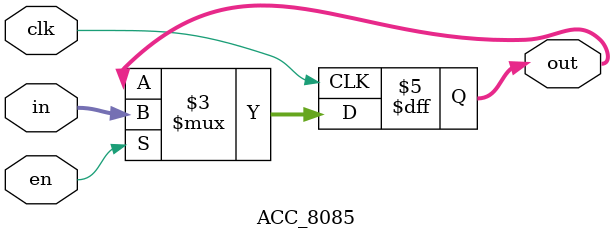
<source format=v>
module ACC_8085 (clk,in,out,en);
input [7:0] in;
input clk;
input en;
output reg [7:0] out=8'b0;

always @(posedge clk)
begin
if(en)
out<=in;
end

endmodule

</source>
